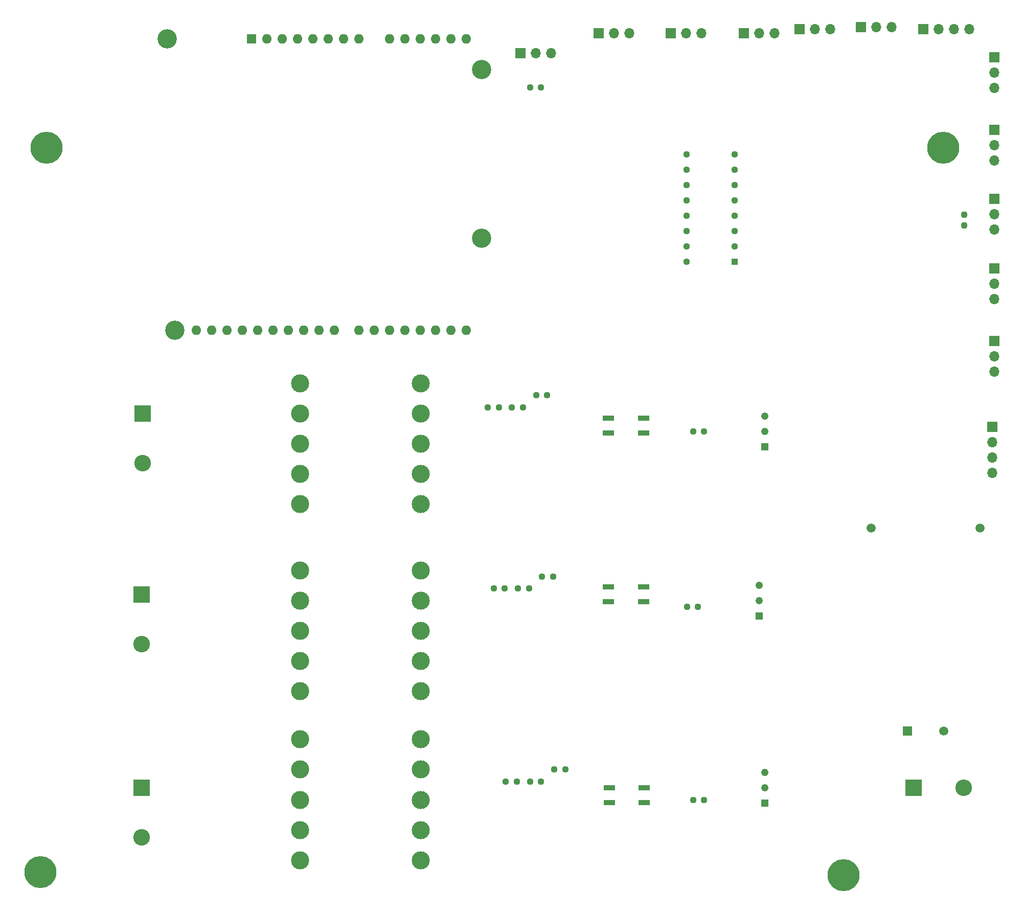
<source format=gts>
%TF.GenerationSoftware,KiCad,Pcbnew,6.0.4-6f826c9f35~116~ubuntu18.04.1*%
%TF.CreationDate,2022-03-30T21:42:36+05:30*%
%TF.ProjectId,dg Monitor,6467204d-6f6e-4697-946f-722e6b696361,rev?*%
%TF.SameCoordinates,Original*%
%TF.FileFunction,Soldermask,Top*%
%TF.FilePolarity,Negative*%
%FSLAX46Y46*%
G04 Gerber Fmt 4.6, Leading zero omitted, Abs format (unit mm)*
G04 Created by KiCad (PCBNEW 6.0.4-6f826c9f35~116~ubuntu18.04.1) date 2022-03-30 21:42:36*
%MOMM*%
%LPD*%
G01*
G04 APERTURE LIST*
G04 Aperture macros list*
%AMRoundRect*
0 Rectangle with rounded corners*
0 $1 Rounding radius*
0 $2 $3 $4 $5 $6 $7 $8 $9 X,Y pos of 4 corners*
0 Add a 4 corners polygon primitive as box body*
4,1,4,$2,$3,$4,$5,$6,$7,$8,$9,$2,$3,0*
0 Add four circle primitives for the rounded corners*
1,1,$1+$1,$2,$3*
1,1,$1+$1,$4,$5*
1,1,$1+$1,$6,$7*
1,1,$1+$1,$8,$9*
0 Add four rect primitives between the rounded corners*
20,1,$1+$1,$2,$3,$4,$5,0*
20,1,$1+$1,$4,$5,$6,$7,0*
20,1,$1+$1,$6,$7,$8,$9,0*
20,1,$1+$1,$8,$9,$2,$3,0*%
G04 Aperture macros list end*
%ADD10C,5.300000*%
%ADD11R,1.700000X1.700000*%
%ADD12O,1.700000X1.700000*%
%ADD13R,2.743200X2.743200*%
%ADD14C,2.743200*%
%ADD15RoundRect,0.237500X0.250000X0.237500X-0.250000X0.237500X-0.250000X-0.237500X0.250000X-0.237500X0*%
%ADD16RoundRect,0.237500X-0.250000X-0.237500X0.250000X-0.237500X0.250000X0.237500X-0.250000X0.237500X0*%
%ADD17O,1.600000X1.600000*%
%ADD18R,1.600000X1.600000*%
%ADD19C,3.200000*%
%ADD20R,1.218000X1.218000*%
%ADD21C,1.218000*%
%ADD22C,3.000000*%
%ADD23RoundRect,0.237500X-0.237500X0.250000X-0.237500X-0.250000X0.237500X-0.250000X0.237500X0.250000X0*%
%ADD24RoundRect,0.091000X0.864000X0.364000X-0.864000X0.364000X-0.864000X-0.364000X0.864000X-0.364000X0*%
%ADD25R,1.130000X1.130000*%
%ADD26C,1.130000*%
%ADD27R,1.500000X1.500000*%
%ADD28C,1.500000*%
G04 APERTURE END LIST*
D10*
%TO.C,H3*%
X191500000Y-43000000D03*
%TD*%
%TO.C,H4*%
X175000000Y-163500000D03*
%TD*%
%TO.C,H2*%
X42000000Y-163000000D03*
%TD*%
%TO.C,H1*%
X43000000Y-43000000D03*
%TD*%
D11*
%TO.C,J11*%
X188200000Y-23375000D03*
D12*
X190740000Y-23375000D03*
X193280000Y-23375000D03*
X195820000Y-23375000D03*
%TD*%
D13*
%TO.C,J14*%
X58925000Y-86999500D03*
D14*
X58925000Y-95254500D03*
%TD*%
D13*
%TO.C,J1*%
X186624500Y-149000500D03*
D14*
X194879500Y-149000500D03*
%TD*%
D15*
%TO.C,R9*%
X126912500Y-114000000D03*
X125087500Y-114000000D03*
%TD*%
D11*
%TO.C,J5*%
X200000000Y-40000000D03*
D12*
X200000000Y-42540000D03*
X200000000Y-45080000D03*
%TD*%
D16*
%TO.C,R8*%
X123087500Y-148000000D03*
X124912500Y-148000000D03*
%TD*%
%TO.C,R3*%
X120087500Y-86000000D03*
X121912500Y-86000000D03*
%TD*%
D17*
%TO.C,A1*%
X67810500Y-73244500D03*
X70350500Y-73244500D03*
X72890500Y-73244500D03*
X75430500Y-73244500D03*
X77970500Y-73244500D03*
X80510500Y-73244500D03*
X83050500Y-73244500D03*
X85590500Y-73244500D03*
X88130500Y-73244500D03*
X90670500Y-73244500D03*
X94730500Y-73244500D03*
X97270500Y-73244500D03*
X99810500Y-73244500D03*
X102350500Y-73244500D03*
X104890500Y-73244500D03*
X107430500Y-73244500D03*
X109970500Y-73244500D03*
X112510500Y-73244500D03*
X112510500Y-24984500D03*
X109970500Y-24984500D03*
X107430500Y-24984500D03*
X104890500Y-24984500D03*
X102350500Y-24984500D03*
X99810500Y-24984500D03*
X94730500Y-24984500D03*
X92190500Y-24984500D03*
X89650500Y-24984500D03*
X87110500Y-24984500D03*
X84570500Y-24984500D03*
X82030500Y-24984500D03*
X79490500Y-24984500D03*
D18*
X76950500Y-24984500D03*
D19*
X62980500Y-24984500D03*
X115050500Y-58004500D03*
X115050500Y-30064500D03*
X64250500Y-73244500D03*
%TD*%
D16*
%TO.C,R12*%
X116087500Y-86000000D03*
X117912500Y-86000000D03*
%TD*%
%TO.C,R11*%
X150087500Y-90000000D03*
X151912500Y-90000000D03*
%TD*%
D20*
%TO.C,RV3*%
X162000000Y-92540000D03*
D21*
X162000000Y-90000000D03*
X162000000Y-87460000D03*
%TD*%
D22*
%TO.C,T3*%
X105000000Y-133000000D03*
X105000000Y-113000000D03*
X85000000Y-118000000D03*
X85000000Y-128000000D03*
X105000000Y-123000000D03*
X85000000Y-123000000D03*
X105000000Y-118000000D03*
X105000000Y-128000000D03*
X85000000Y-113000000D03*
X85000000Y-133000000D03*
%TD*%
D15*
%TO.C,R10*%
X128912500Y-146000000D03*
X127087500Y-146000000D03*
%TD*%
D13*
%TO.C,J15*%
X58799500Y-148999500D03*
D14*
X58799500Y-157254500D03*
%TD*%
D11*
%TO.C,J10*%
X199625000Y-89200000D03*
D12*
X199625000Y-91740000D03*
X199625000Y-94280000D03*
X199625000Y-96820000D03*
%TD*%
D16*
%TO.C,R13*%
X149087500Y-119000000D03*
X150912500Y-119000000D03*
%TD*%
D11*
%TO.C,J20*%
X146395000Y-24000000D03*
D12*
X148935000Y-24000000D03*
X151475000Y-24000000D03*
%TD*%
D20*
%TO.C,RV1*%
X161000000Y-120540000D03*
D21*
X161000000Y-118000000D03*
X161000000Y-115460000D03*
%TD*%
D11*
%TO.C,J13*%
X200000000Y-75000000D03*
D12*
X200000000Y-77540000D03*
X200000000Y-80080000D03*
%TD*%
D23*
%TO.C,R1*%
X195000000Y-54087500D03*
X195000000Y-55912500D03*
%TD*%
D11*
%TO.C,J21*%
X158475000Y-24000000D03*
D12*
X161015000Y-24000000D03*
X163555000Y-24000000D03*
%TD*%
D24*
%TO.C,D3*%
X141900000Y-118225000D03*
X141900000Y-115775000D03*
X136100000Y-115775000D03*
X136100000Y-118225000D03*
%TD*%
D13*
%TO.C,J16*%
X58799500Y-116999500D03*
D14*
X58799500Y-125254500D03*
%TD*%
D22*
%TO.C,T1*%
X104996000Y-161000000D03*
X104996000Y-141000000D03*
X84996000Y-146000000D03*
X84996000Y-156000000D03*
X104996000Y-151000000D03*
X84996000Y-151000000D03*
X104996000Y-146000000D03*
X104996000Y-156000000D03*
X84996000Y-141000000D03*
X84996000Y-161000000D03*
%TD*%
D16*
%TO.C,R2*%
X123087500Y-33000000D03*
X124912500Y-33000000D03*
%TD*%
D11*
%TO.C,J6*%
X200000000Y-51475000D03*
D12*
X200000000Y-54015000D03*
X200000000Y-56555000D03*
%TD*%
D25*
%TO.C,U2*%
X156970000Y-61890000D03*
D26*
X156970000Y-59350000D03*
X156970000Y-56810000D03*
X156970000Y-54270000D03*
X156970000Y-51730000D03*
X156970000Y-49190000D03*
X156970000Y-46650000D03*
X156970000Y-44110000D03*
X149030000Y-44110000D03*
X149030000Y-46650000D03*
X149030000Y-49190000D03*
X149030000Y-51730000D03*
X149030000Y-54270000D03*
X149030000Y-56810000D03*
X149030000Y-59350000D03*
X149030000Y-61890000D03*
%TD*%
D24*
%TO.C,D2*%
X141900000Y-90225000D03*
X141900000Y-87775000D03*
X136100000Y-87775000D03*
X136100000Y-90225000D03*
%TD*%
D15*
%TO.C,R4*%
X125912500Y-84000000D03*
X124087500Y-84000000D03*
%TD*%
D16*
%TO.C,R14*%
X150087500Y-151000000D03*
X151912500Y-151000000D03*
%TD*%
D11*
%TO.C,J12*%
X200000000Y-28000000D03*
D12*
X200000000Y-30540000D03*
X200000000Y-33080000D03*
%TD*%
D27*
%TO.C,PS1*%
X185625000Y-139600000D03*
D28*
X191625000Y-139600000D03*
X179625000Y-106000000D03*
X197625000Y-106000000D03*
%TD*%
D11*
%TO.C,J8*%
X121475000Y-27375000D03*
D12*
X124015000Y-27375000D03*
X126555000Y-27375000D03*
%TD*%
D22*
%TO.C,T2*%
X105000000Y-102000000D03*
X105000000Y-82000000D03*
X85000000Y-87000000D03*
X85000000Y-97000000D03*
X105000000Y-92000000D03*
X85000000Y-92000000D03*
X105000000Y-87000000D03*
X105000000Y-97000000D03*
X85000000Y-82000000D03*
X85000000Y-102000000D03*
%TD*%
D16*
%TO.C,R6*%
X119087500Y-148000000D03*
X120912500Y-148000000D03*
%TD*%
D11*
%TO.C,J17*%
X134475000Y-24000000D03*
D12*
X137015000Y-24000000D03*
X139555000Y-24000000D03*
%TD*%
D16*
%TO.C,R7*%
X121087500Y-116000000D03*
X122912500Y-116000000D03*
%TD*%
D20*
%TO.C,RV2*%
X162000000Y-151540000D03*
D21*
X162000000Y-149000000D03*
X162000000Y-146460000D03*
%TD*%
D11*
%TO.C,J7*%
X200000000Y-63000000D03*
D12*
X200000000Y-65540000D03*
X200000000Y-68080000D03*
%TD*%
D24*
%TO.C,D4*%
X142000000Y-151450000D03*
X142000000Y-149000000D03*
X136200000Y-149000000D03*
X136200000Y-151450000D03*
%TD*%
D16*
%TO.C,R5*%
X117087500Y-116000000D03*
X118912500Y-116000000D03*
%TD*%
D11*
%TO.C,J9*%
X167740000Y-23375000D03*
D12*
X170280000Y-23375000D03*
X172820000Y-23375000D03*
%TD*%
D11*
%TO.C,J19*%
X177920000Y-23000000D03*
D12*
X180460000Y-23000000D03*
X183000000Y-23000000D03*
%TD*%
M02*

</source>
